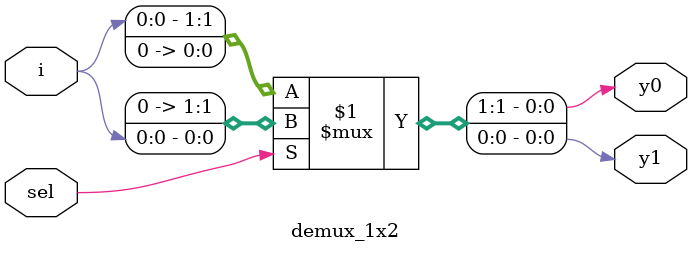
<source format=v>
module demux_1x2(
  input sel,
  input i,
  output y0, y1);
  
  assign {y0,y1} = sel?{1'b0,i}: {i,1'b0};
endmodule

</source>
